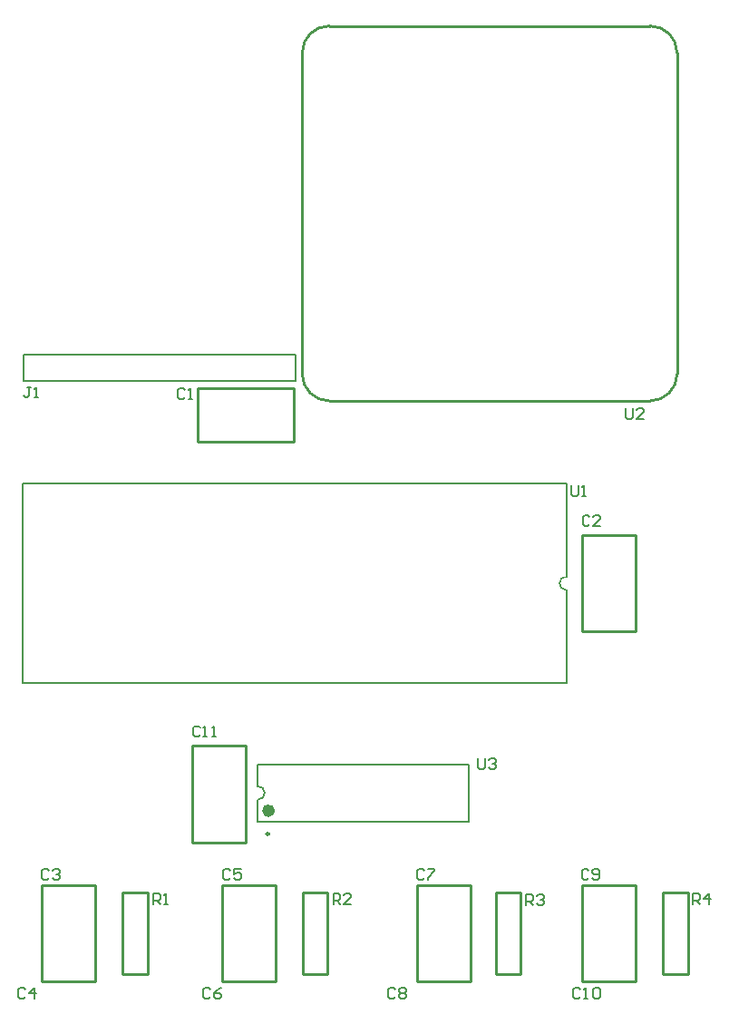
<source format=gto>
G04 Layer_Color=15132400*
%FSLAX44Y44*%
%MOMM*%
G71*
G01*
G75*
%ADD24C,0.2000*%
%ADD25C,0.2500*%
%ADD26C,0.6000*%
%ADD27C,0.2540*%
D24*
X541500Y616650D02*
G03*
X541500Y629350I0J6350D01*
G01*
X829700Y825050D02*
G03*
X829700Y812350I0J-6350D01*
G01*
X541500Y596500D02*
X738500D01*
X541500Y649500D02*
X738500D01*
X541500Y596500D02*
Y616650D01*
Y629350D02*
Y649500D01*
X738500Y596500D02*
Y649500D01*
X323000Y1007500D02*
X577000D01*
X323000D02*
Y1032500D01*
X577000D01*
Y1007500D02*
Y1032500D01*
X829700Y825050D02*
Y912150D01*
Y725250D02*
Y812350D01*
X321700Y725250D02*
X829700D01*
X321700D02*
Y912150D01*
X829700D01*
X747000Y654997D02*
Y646666D01*
X748666Y645000D01*
X751998D01*
X753664Y646666D01*
Y654997D01*
X756997Y653331D02*
X758663Y654997D01*
X761995D01*
X763661Y653331D01*
Y651665D01*
X761995Y649998D01*
X760329D01*
X761995D01*
X763661Y648332D01*
Y646666D01*
X761995Y645000D01*
X758663D01*
X756997Y646666D01*
X885000Y981997D02*
Y973666D01*
X886666Y972000D01*
X889998D01*
X891665Y973666D01*
Y981997D01*
X901661Y972000D02*
X894997D01*
X901661Y978664D01*
Y980331D01*
X899995Y981997D01*
X896663D01*
X894997Y980331D01*
X834000Y909997D02*
Y901666D01*
X835666Y900000D01*
X838998D01*
X840665Y901666D01*
Y909997D01*
X843997Y900000D02*
X847329D01*
X845663D01*
Y909997D01*
X843997Y908331D01*
X948000Y519000D02*
Y528997D01*
X952998D01*
X954665Y527331D01*
Y523998D01*
X952998Y522332D01*
X948000D01*
X951332D02*
X954665Y519000D01*
X962995D02*
Y528997D01*
X957997Y523998D01*
X964661D01*
X792000Y518000D02*
Y527997D01*
X796998D01*
X798664Y526331D01*
Y522998D01*
X796998Y521332D01*
X792000D01*
X795332D02*
X798664Y518000D01*
X801997Y526331D02*
X803663Y527997D01*
X806995D01*
X808661Y526331D01*
Y524664D01*
X806995Y522998D01*
X805329D01*
X806995D01*
X808661Y521332D01*
Y519666D01*
X806995Y518000D01*
X803663D01*
X801997Y519666D01*
X612000Y519000D02*
Y528997D01*
X616998D01*
X618665Y527331D01*
Y523998D01*
X616998Y522332D01*
X612000D01*
X615332D02*
X618665Y519000D01*
X628661D02*
X621997D01*
X628661Y525664D01*
Y527331D01*
X626995Y528997D01*
X623663D01*
X621997Y527331D01*
X444000Y519000D02*
Y528997D01*
X448998D01*
X450664Y527331D01*
Y523998D01*
X448998Y522332D01*
X444000D01*
X447332D02*
X450664Y519000D01*
X453997D02*
X457329D01*
X455663D01*
Y528997D01*
X453997Y527331D01*
X329664Y1001997D02*
X326332D01*
X327998D01*
Y993666D01*
X326332Y992000D01*
X324666D01*
X323000Y993666D01*
X332997Y992000D02*
X336329D01*
X334663D01*
Y1001997D01*
X332997Y1000331D01*
X487486Y683717D02*
X485820Y685383D01*
X482488D01*
X480822Y683717D01*
Y677052D01*
X482488Y675386D01*
X485820D01*
X487486Y677052D01*
X490819Y675386D02*
X494151D01*
X492485D01*
Y685383D01*
X490819Y683717D01*
X499149Y675386D02*
X502482D01*
X500816D01*
Y685383D01*
X499149Y683717D01*
X842579Y439369D02*
X840912Y441035D01*
X837580D01*
X835914Y439369D01*
Y432704D01*
X837580Y431038D01*
X840912D01*
X842579Y432704D01*
X845911Y431038D02*
X849243D01*
X847577D01*
Y441035D01*
X845911Y439369D01*
X854241D02*
X855908Y441035D01*
X859240D01*
X860906Y439369D01*
Y432704D01*
X859240Y431038D01*
X855908D01*
X854241Y432704D01*
Y439369D01*
X850665Y550331D02*
X848998Y551997D01*
X845666D01*
X844000Y550331D01*
Y543666D01*
X845666Y542000D01*
X848998D01*
X850665Y543666D01*
X853997D02*
X855663Y542000D01*
X858995D01*
X860661Y543666D01*
Y550331D01*
X858995Y551997D01*
X855663D01*
X853997Y550331D01*
Y548665D01*
X855663Y546998D01*
X860661D01*
X670113Y439369D02*
X668446Y441035D01*
X665114D01*
X663448Y439369D01*
Y432704D01*
X665114Y431038D01*
X668446D01*
X670113Y432704D01*
X673445Y439369D02*
X675111Y441035D01*
X678443D01*
X680109Y439369D01*
Y437702D01*
X678443Y436036D01*
X680109Y434370D01*
Y432704D01*
X678443Y431038D01*
X675111D01*
X673445Y432704D01*
Y434370D01*
X675111Y436036D01*
X673445Y437702D01*
Y439369D01*
X675111Y436036D02*
X678443D01*
X696665Y550331D02*
X694998Y551997D01*
X691666D01*
X690000Y550331D01*
Y543666D01*
X691666Y542000D01*
X694998D01*
X696665Y543666D01*
X699997Y551997D02*
X706661D01*
Y550331D01*
X699997Y543666D01*
Y542000D01*
X497393Y439369D02*
X495726Y441035D01*
X492394D01*
X490728Y439369D01*
Y432704D01*
X492394Y431038D01*
X495726D01*
X497393Y432704D01*
X507389Y441035D02*
X504057Y439369D01*
X500725Y436036D01*
Y432704D01*
X502391Y431038D01*
X505723D01*
X507389Y432704D01*
Y434370D01*
X505723Y436036D01*
X500725D01*
X515664Y550331D02*
X513998Y551997D01*
X510666D01*
X509000Y550331D01*
Y543666D01*
X510666Y542000D01*
X513998D01*
X515664Y543666D01*
X525661Y551997D02*
X518997D01*
Y546998D01*
X522329Y548665D01*
X523995D01*
X525661Y546998D01*
Y543666D01*
X523995Y542000D01*
X520663D01*
X518997Y543666D01*
X324673Y439369D02*
X323006Y441035D01*
X319674D01*
X318008Y439369D01*
Y432704D01*
X319674Y431038D01*
X323006D01*
X324673Y432704D01*
X333003Y431038D02*
Y441035D01*
X328005Y436036D01*
X334669D01*
X346665Y550331D02*
X344998Y551997D01*
X341666D01*
X340000Y550331D01*
Y543666D01*
X341666Y542000D01*
X344998D01*
X346665Y543666D01*
X349997Y550331D02*
X351663Y551997D01*
X354995D01*
X356661Y550331D01*
Y548665D01*
X354995Y546998D01*
X353329D01*
X354995D01*
X356661Y545332D01*
Y543666D01*
X354995Y542000D01*
X351663D01*
X349997Y543666D01*
X851469Y880567D02*
X849802Y882233D01*
X846470D01*
X844804Y880567D01*
Y873902D01*
X846470Y872236D01*
X849802D01*
X851469Y873902D01*
X861465Y872236D02*
X854801D01*
X861465Y878901D01*
Y880567D01*
X859799Y882233D01*
X856467D01*
X854801Y880567D01*
X473665Y999331D02*
X471998Y1000997D01*
X468666D01*
X467000Y999331D01*
Y992666D01*
X468666Y991000D01*
X471998D01*
X473665Y992666D01*
X476997Y991000D02*
X480329D01*
X478663D01*
Y1000997D01*
X476997Y999331D01*
D25*
X552050Y584900D02*
G03*
X552050Y584900I-1250J0D01*
G01*
D26*
X554500Y606500D02*
G03*
X554500Y606500I-3000J0D01*
G01*
D27*
X908000Y989000D02*
G03*
X933000Y1014000I0J25000D01*
G01*
X583000D02*
G03*
X608000Y989000I25000J0D01*
G01*
Y1339000D02*
G03*
X583000Y1314000I0J-25000D01*
G01*
X933000D02*
G03*
X908000Y1339000I-25000J0D01*
G01*
X583244Y453900D02*
Y530100D01*
X606677D01*
Y453900D02*
Y530100D01*
X583244Y453900D02*
X606677D01*
X480000Y577000D02*
Y667000D01*
Y577000D02*
X530000D01*
X480000Y667000D02*
X530000D01*
Y577000D02*
Y667000D01*
X740000Y447000D02*
Y537000D01*
X690000D02*
X740000D01*
X690000Y447000D02*
X740000D01*
X690000D02*
Y537000D01*
X894000Y774000D02*
Y864000D01*
X844000D02*
X894000D01*
X844000Y774000D02*
X894000D01*
X844000D02*
Y864000D01*
X485000Y951000D02*
X575000D01*
Y1001000D01*
X485000Y951000D02*
Y1001000D01*
X575000D01*
X608000Y1339000D02*
X908000D01*
X583000Y1014000D02*
Y1314000D01*
X933000Y1014000D02*
Y1314000D01*
X608000Y989000D02*
X908000D01*
X390000Y447000D02*
Y537000D01*
X340000D02*
X390000D01*
X340000Y447000D02*
X390000D01*
X340000D02*
Y537000D01*
X415081Y453900D02*
Y530100D01*
X438514D01*
Y453900D02*
Y530100D01*
X415081Y453900D02*
X438514D01*
X558163Y447000D02*
Y537000D01*
X508163D02*
X558163D01*
X508163Y447000D02*
X558163D01*
X508163D02*
Y537000D01*
X763570Y453900D02*
Y530100D01*
X787003D01*
Y453900D02*
Y530100D01*
X763570Y453900D02*
X787003D01*
X894489Y447000D02*
Y537000D01*
X844489D02*
X894489D01*
X844489Y447000D02*
X894489D01*
X844489D02*
Y537000D01*
X919570Y453900D02*
Y530100D01*
X943002D01*
Y453900D02*
Y530100D01*
X919570Y453900D02*
X943002D01*
M02*

</source>
